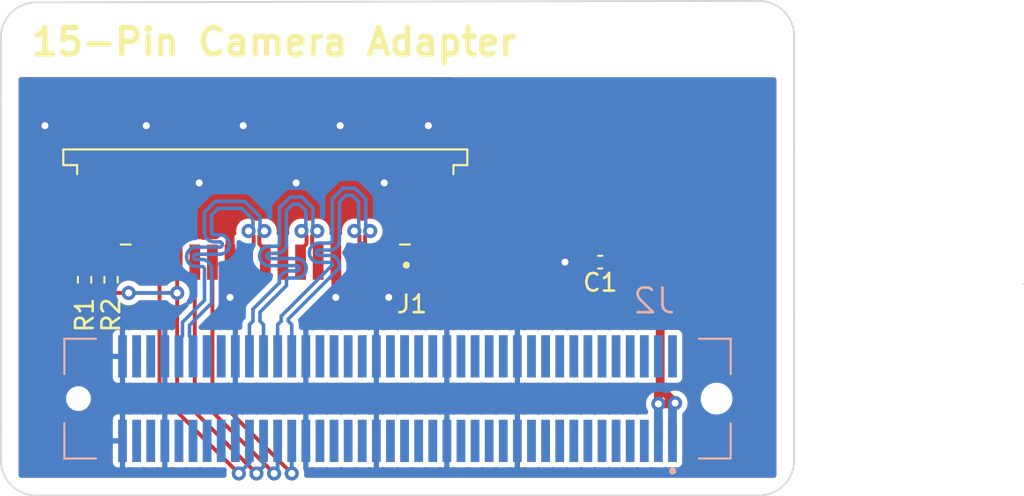
<source format=kicad_pcb>
(kicad_pcb (version 20211014) (generator pcbnew)
  (layers (0 "F.Cu" signal) (1 "In1.Cu" signal) (2 "In2.Cu" signal) (31 "B.Cu" signal) (34 "B.Paste" user) (35 "F.Paste" user) (36 "B.SilkS" user "B.Silkscreen") (37 "F.SilkS" user "F.Silkscreen") (38 "B.Mask" user) (39 "F.Mask" user) (44 "Edge.Cuts" user))
  (net 0 "")
  (net 1 "+3.3V")
  (net 2 "GND")
  (net 54 "/CAM_GPIO")
  (net 55 "/CAM1_D0+")
  (net 56 "/CAM_CLK")
  (net 57 "/CAM1_D0-")
  (net 58 "SCL0")
  (net 59 "/CAM1_D1+")
  (net 60 "SDA0")
  (net 61 "/CAM1_D1-")
  (net 65 "/CAM1_CK+")
  (net 66 "/CAM1_CK-")
  (footprint "fpga-adapter:TE_1-84952-5" (layer "F.Cu") (at 115 85.75 180)
    (fp_text reference "J1" (at -8.325 -2.385) (layer "F.SilkS"))
    (fp_text value "1-84952-5")
    (fp_line (start 10.675 5) (end 10.675 5.51) (layer "F.SilkS") (width 0.127))
    (fp_line (start 7.64 1) (end 8.2 1) (layer "F.SilkS") (width 0.127))
    (fp_line (start 11.46 6.4) (end -11.46 6.4) (layer "F.SilkS") (width 0.127))
    (fp_line (start -10.675 5) (end -10.675 5.51) (layer "F.SilkS") (width 0.127))
    (fp_line (start -10.675 5.51) (end -11.46 5.51) (layer "F.SilkS") (width 0.127))
    (fp_line (start 11.46 5.51) (end 10.675 5.51) (layer "F.SilkS") (width 0.127))
    (fp_line (start -11.46 6.4) (end -11.46 5.51) (layer "F.SilkS") (width 0.127))
    (fp_line (start 11.46 5.51) (end 11.46 6.4) (layer "F.SilkS") (width 0.127))
    (fp_line (start -8.2 1) (end -7.64 1) (layer "F.SilkS") (width 0.127))
    (fp_circle (center -8 -0.17) (end -7.9 -0.17) (layer "F.SilkS") (width 0.2) (fill none))
    (pad "1" smd rect (at -7 0 180) (size 0.61 2) (layers "F.Cu" "F.Paste" "F.Mask") (net 2 "GND"))
    (pad "2" smd rect (at -6 0 180) (size 0.61 2) (layers "F.Cu" "F.Paste" "F.Mask") (net 57 "/CAM1_D0-"))
    (pad "3" smd rect (at -5 0 180) (size 0.61 2) (layers "F.Cu" "F.Paste" "F.Mask") (net 55 "/CAM1_D0+"))
    (pad "4" smd rect (at -4 0 180) (size 0.61 2) (layers "F.Cu" "F.Paste" "F.Mask") (net 2 "GND"))
    (pad "5" smd rect (at -3 0 180) (size 0.61 2) (layers "F.Cu" "F.Paste" "F.Mask") (net 61 "/CAM1_D1-"))
    (pad "6" smd rect (at -2 0 180) (size 0.61 2) (layers "F.Cu" "F.Paste" "F.Mask") (net 59 "/CAM1_D1+"))
    (pad "7" smd rect (at -1 0 180) (size 0.61 2) (layers "F.Cu" "F.Paste" "F.Mask") (net 2 "GND"))
    (pad "8" smd rect (at 0 0 180) (size 0.61 2) (layers "F.Cu" "F.Paste" "F.Mask") (net 66 "/CAM1_CK-"))
    (pad "9" smd rect (at 1 0 180) (size 0.61 2) (layers "F.Cu" "F.Paste" "F.Mask") (net 65 "/CAM1_CK+"))
    (pad "10" smd rect (at 2 0 180) (size 0.61 2) (layers "F.Cu" "F.Paste" "F.Mask") (net 2 "GND"))
    (pad "11" smd rect (at 3 0 180) (size 0.61 2) (layers "F.Cu" "F.Paste" "F.Mask") (net 54 "/CAM_GPIO"))
    (pad "12" smd rect (at 4 0 180) (size 0.61 2) (layers "F.Cu" "F.Paste" "F.Mask") (net 56 "/CAM_CLK"))
    (pad "13" smd rect (at 5 0 180) (size 0.61 2) (layers "F.Cu" "F.Paste" "F.Mask") (net 58 "SCL0"))
    (pad "14" smd rect (at 6 0 180) (size 0.61 2) (layers "F.Cu" "F.Paste" "F.Mask") (net 60 "SDA0"))
    (pad "15" smd rect (at 7 0 180) (size 0.61 2) (layers "F.Cu" "F.Paste" "F.Mask") (net 1 "+3.3V"))
    (pad "S1" smd rect (at -9.99 2.8 180) (size 2.68 3.6) (layers "F.Cu" "F.Paste" "F.Mask") (net 2 "GND"))
    (pad "S2" smd rect (at 9.99 2.8 180) (size 2.68 3.6) (layers "F.Cu" "F.Paste" "F.Mask") (net 2 "GND"))
  )
  (footprint "Resistor_SMD:R_0402_1005Metric_Pad0.72x0.64mm_HandSolder" (layer "F.Cu") (at 104.75 86.75 -90)
    (fp_text reference "R1" (at 2 0 90) (layer "F.SilkS"))
    (fp_text value "2K2")
    (fp_line (start -0.167621 0.38) (end 0.167621 0.38) (layer "F.SilkS") (width 0.12))
    (fp_line (start -0.167621 -0.38) (end 0.167621 -0.38) (layer "F.SilkS") (width 0.12))
    (pad "1" smd roundrect (at -0.5975 0 270) (size 0.715 0.64) (layers "F.Cu" "F.Paste" "F.Mask") (net 1 "+3.3V"))
    (pad "2" smd roundrect (at 0.5975 0 270) (size 0.715 0.64) (layers "F.Cu" "F.Paste" "F.Mask") (net 60 "SDA0"))
  )
  (footprint "Capacitor_SMD:C_0402_1005Metric_Pad0.74x0.62mm_HandSolder" (layer "F.Cu") (at 134 85.75 180)
    (fp_text reference "C1" (at 0 -1.16 180) (layer "F.SilkS"))
    (fp_text value "100nF")
    (fp_line (start -0.115835 0.36) (end 0.115835 0.36) (layer "F.SilkS") (width 0.12))
    (fp_line (start -0.115835 -0.36) (end 0.115835 -0.36) (layer "F.SilkS") (width 0.12))
    (pad "1" smd roundrect (at -0.5675 0 180) (size 0.735 0.62) (layers "F.Cu" "F.Paste" "F.Mask") (net 1 "+3.3V"))
    (pad "2" smd roundrect (at 0.5675 0 180) (size 0.735 0.62) (layers "F.Cu" "F.Paste" "F.Mask") (net 2 "GND"))
  )
  (footprint "Resistor_SMD:R_0402_1005Metric_Pad0.72x0.64mm_HandSolder" (layer "F.Cu") (at 106.25 86.75 -90)
    (fp_text reference "R2" (at 2 0 90) (layer "F.SilkS"))
    (fp_text value "2K2")
    (fp_line (start -0.167621 -0.38) (end 0.167621 -0.38) (layer "F.SilkS") (width 0.12))
    (fp_line (start -0.167621 0.38) (end 0.167621 0.38) (layer "F.SilkS") (width 0.12))
    (pad "1" smd roundrect (at -0.5975 0 270) (size 0.715 0.64) (layers "F.Cu" "F.Paste" "F.Mask") (net 1 "+3.3V"))
    (pad "2" smd roundrect (at 0.5975 0 270) (size 0.715 0.64) (layers "F.Cu" "F.Paste" "F.Mask") (net 58 "SCL0"))
  )
  (footprint "fpga-adapter:TE_5-5179180-3" (layer "B.Cu") (at 122.5 93.5 180)
    (fp_text reference "J2" (at -14.559175 5.549775) (layer "B.SilkS") (effects (font (size 1.401457 1.401457)) (justify mirror)))
    (fp_text value "Conn_02x40_Odd_Even" hide)
    (fp_line (start 18.9 3.4) (end 17.1 3.4) (layer "B.SilkS") (width 0.127))
    (fp_line (start -18.9 3.4) (end -17.1 3.4) (layer "B.SilkS") (width 0.127))
    (fp_line (start 18.9 -3.4) (end 17.1 -3.4) (layer "B.SilkS") (width 0.127))
    (fp_line (start 18.9 1.4) (end 18.9 3.4) (layer "B.SilkS") (width 0.127))
    (fp_line (start -18.9 -3.4) (end -17.1 -3.4) (layer "B.SilkS") (width 0.127))
    (fp_line (start -18.9 1.4) (end -18.9 3.4) (layer "B.SilkS") (width 0.127))
    (fp_line (start 18.9 -3.4) (end 18.9 -1.4) (layer "B.SilkS") (width 0.127))
    (fp_line (start -18.9 -3.4) (end -18.9 -1.4) (layer "B.SilkS") (width 0.127))
    (fp_circle (center -15.607 -4.115) (end -15.507 -4.115) (layer "B.SilkS") (width 0.2) (fill none))
    (pad "" np_thru_hole circle (at 18.1 0 180) (size 0.8 0.8) (drill 0.8) (layers *.Cu *.Mask))
    (pad "" np_thru_hole circle (at -18.1 0 180) (size 1.2 1.2) (drill 1.2) (layers *.Cu *.Mask))
    (pad "1" smd rect (at -15.6 -2.4 270) (size 2.4 0.5) (layers "B.Cu" "B.Paste" "B.Mask") (net 1 "+3.3V"))
    (pad "2" smd rect (at -15.6 2.4 270) (size 2.4 0.5) (layers "B.Cu" "B.Paste" "B.Mask"))
    (pad "3" smd rect (at -14.8 -2.4 270) (size 2.4 0.5) (layers "B.Cu" "B.Paste" "B.Mask") (net 1 "+3.3V"))
    (pad "4" smd rect (at -14.8 2.4 270) (size 2.4 0.5) (layers "B.Cu" "B.Paste" "B.Mask"))
    (pad "5" smd rect (at -14 -2.4 270) (size 2.4 0.5) (layers "B.Cu" "B.Paste" "B.Mask"))
    (pad "6" smd rect (at -14 2.4 270) (size 2.4 0.5) (layers "B.Cu" "B.Paste" "B.Mask"))
    (pad "7" smd rect (at -13.2 -2.4 270) (size 2.4 0.5) (layers "B.Cu" "B.Paste" "B.Mask"))
    (pad "8" smd rect (at -13.2 2.4 270) (size 2.4 0.5) (layers "B.Cu" "B.Paste" "B.Mask"))
    (pad "9" smd rect (at -12.4 -2.4 270) (size 2.4 0.5) (layers "B.Cu" "B.Paste" "B.Mask"))
    (pad "10" smd rect (at -12.4 2.4 270) (size 2.4 0.5) (layers "B.Cu" "B.Paste" "B.Mask"))
    (pad "11" smd rect (at -11.6 -2.4 270) (size 2.4 0.5) (layers "B.Cu" "B.Paste" "B.Mask"))
    (pad "12" smd rect (at -11.6 2.4 270) (size 2.4 0.5) (layers "B.Cu" "B.Paste" "B.Mask"))
    (pad "13" smd rect (at -10.8 -2.4 270) (size 2.4 0.5) (layers "B.Cu" "B.Paste" "B.Mask"))
    (pad "14" smd rect (at -10.8 2.4 270) (size 2.4 0.5) (layers "B.Cu" "B.Paste" "B.Mask"))
    (pad "15" smd rect (at -10 -2.4 270) (size 2.4 0.5) (layers "B.Cu" "B.Paste" "B.Mask"))
    (pad "16" smd rect (at -10 2.4 270) (size 2.4 0.5) (layers "B.Cu" "B.Paste" "B.Mask"))
    (pad "17" smd rect (at -9.2 -2.4 270) (size 2.4 0.5) (layers "B.Cu" "B.Paste" "B.Mask"))
    (pad "18" smd rect (at -9.2 2.4 270) (size 2.4 0.5) (layers "B.Cu" "B.Paste" "B.Mask"))
    (pad "19" smd rect (at -8.4 -2.4 270) (size 2.4 0.5) (layers "B.Cu" "B.Paste" "B.Mask"))
    (pad "20" smd rect (at -8.4 2.4 270) (size 2.4 0.5) (layers "B.Cu" "B.Paste" "B.Mask"))
    (pad "21" smd rect (at -7.6 -2.4 270) (size 2.4 0.5) (layers "B.Cu" "B.Paste" "B.Mask"))
    (pad "22" smd rect (at -7.6 2.4 270) (size 2.4 0.5) (layers "B.Cu" "B.Paste" "B.Mask"))
    (pad "23" smd rect (at -6.8 -2.4 270) (size 2.4 0.5) (layers "B.Cu" "B.Paste" "B.Mask") (net 2 "GND"))
    (pad "24" smd rect (at -6.8 2.4 270) (size 2.4 0.5) (layers "B.Cu" "B.Paste" "B.Mask") (net 2 "GND"))
    (pad "25" smd rect (at -6 -2.4 270) (size 2.4 0.5) (layers "B.Cu" "B.Paste" "B.Mask"))
    (pad "26" smd rect (at -6 2.4 270) (size 2.4 0.5) (layers "B.Cu" "B.Paste" "B.Mask"))
    (pad "27" smd rect (at -5.2 -2.4 270) (size 2.4 0.5) (layers "B.Cu" "B.Paste" "B.Mask"))
    (pad "28" smd rect (at -5.2 2.4 270) (size 2.4 0.5) (layers "B.Cu" "B.Paste" "B.Mask"))
    (pad "29" smd rect (at -4.4 -2.4 270) (size 2.4 0.5) (layers "B.Cu" "B.Paste" "B.Mask"))
    (pad "30" smd rect (at -4.4 2.4 270) (size 2.4 0.5) (layers "B.Cu" "B.Paste" "B.Mask"))
    (pad "31" smd rect (at -3.6 -2.4 270) (size 2.4 0.5) (layers "B.Cu" "B.Paste" "B.Mask"))
    (pad "32" smd rect (at -3.6 2.4 270) (size 2.4 0.5) (layers "B.Cu" "B.Paste" "B.Mask"))
    (pad "33" smd rect (at -2.8 -2.4 270) (size 2.4 0.5) (layers "B.Cu" "B.Paste" "B.Mask") (net 2 "GND"))
    (pad "34" smd rect (at -2.8 2.4 270) (size 2.4 0.5) (layers "B.Cu" "B.Paste" "B.Mask") (net 2 "GND"))
    (pad "35" smd rect (at -2 -2.4 270) (size 2.4 0.5) (layers "B.Cu" "B.Paste" "B.Mask"))
    (pad "36" smd rect (at -2 2.4 270) (size 2.4 0.5) (layers "B.Cu" "B.Paste" "B.Mask"))
    (pad "37" smd rect (at -1.2 -2.4 270) (size 2.4 0.5) (layers "B.Cu" "B.Paste" "B.Mask"))
    (pad "38" smd rect (at -1.2 2.4 270) (size 2.4 0.5) (layers "B.Cu" "B.Paste" "B.Mask"))
    (pad "39" smd rect (at -0.4 -2.4 270) (size 2.4 0.5) (layers "B.Cu" "B.Paste" "B.Mask"))
    (pad "40" smd rect (at -0.4 2.4 270) (size 2.4 0.5) (layers "B.Cu" "B.Paste" "B.Mask"))
    (pad "41" smd rect (at 0.4 -2.4 270) (size 2.4 0.5) (layers "B.Cu" "B.Paste" "B.Mask"))
    (pad "42" smd rect (at 0.4 2.4 270) (size 2.4 0.5) (layers "B.Cu" "B.Paste" "B.Mask"))
    (pad "43" smd rect (at 1.2 -2.4 270) (size 2.4 0.5) (layers "B.Cu" "B.Paste" "B.Mask") (net 2 "GND"))
    (pad "44" smd rect (at 1.2 2.4 270) (size 2.4 0.5) (layers "B.Cu" "B.Paste" "B.Mask") (net 2 "GND"))
    (pad "45" smd rect (at 2 -2.4 270) (size 2.4 0.5) (layers "B.Cu" "B.Paste" "B.Mask"))
    (pad "46" smd rect (at 2 2.4 270) (size 2.4 0.5) (layers "B.Cu" "B.Paste" "B.Mask"))
    (pad "47" smd rect (at 2.8 -2.4 270) (size 2.4 0.5) (layers "B.Cu" "B.Paste" "B.Mask"))
    (pad "48" smd rect (at 2.8 2.4 270) (size 2.4 0.5) (layers "B.Cu" "B.Paste" "B.Mask"))
    (pad "49" smd rect (at 3.6 -2.4 270) (size 2.4 0.5) (layers "B.Cu" "B.Paste" "B.Mask"))
    (pad "50" smd rect (at 3.6 2.4 270) (size 2.4 0.5) (layers "B.Cu" "B.Paste" "B.Mask"))
    (pad "51" smd rect (at 4.4 -2.4 270) (size 2.4 0.5) (layers "B.Cu" "B.Paste" "B.Mask"))
    (pad "52" smd rect (at 4.4 2.4 270) (size 2.4 0.5) (layers "B.Cu" "B.Paste" "B.Mask"))
    (pad "53" smd rect (at 5.2 -2.4 270) (size 2.4 0.5) (layers "B.Cu" "B.Paste" "B.Mask") (net 2 "GND"))
    (pad "54" smd rect (at 5.2 2.4 270) (size 2.4 0.5) (layers "B.Cu" "B.Paste" "B.Mask") (net 2 "GND"))
    (pad "55" smd rect (at 6 -2.4 270) (size 2.4 0.5) (layers "B.Cu" "B.Paste" "B.Mask") (net 54 "/CAM_GPIO"))
    (pad "56" smd rect (at 6 2.4 270) (size 2.4 0.5) (layers "B.Cu" "B.Paste" "B.Mask") (net 55 "/CAM1_D0+"))
    (pad "57" smd rect (at 6.8 -2.4 270) (size 2.4 0.5) (layers "B.Cu" "B.Paste" "B.Mask") (net 56 "/CAM_CLK"))
    (pad "58" smd rect (at 6.8 2.4 270) (size 2.4 0.5) (layers "B.Cu" "B.Paste" "B.Mask") (net 57 "/CAM1_D0-"))
    (pad "59" smd rect (at 7.6 -2.4 270) (size 2.4 0.5) (layers "B.Cu" "B.Paste" "B.Mask") (net 58 "SCL0"))
    (pad "60" smd rect (at 7.6 2.4 270) (size 2.4 0.5) (layers "B.Cu" "B.Paste" "B.Mask") (net 59 "/CAM1_D1+"))
    (pad "61" smd rect (at 8.4 -2.4 270) (size 2.4 0.5) (layers "B.Cu" "B.Paste" "B.Mask") (net 60 "SDA0"))
    (pad "62" smd rect (at 8.4 2.4 270) (size 2.4 0.5) (layers "B.Cu" "B.Paste" "B.Mask") (net 61 "/CAM1_D1-"))
    (pad "63" smd rect (at 9.2 -2.4 270) (size 2.4 0.5) (layers "B.Cu" "B.Paste" "B.Mask") (net 2 "GND"))
    (pad "64" smd rect (at 9.2 2.4 270) (size 2.4 0.5) (layers "B.Cu" "B.Paste" "B.Mask") (net 2 "GND"))
    (pad "65" smd rect (at 10 -2.4 270) (size 2.4 0.5) (layers "B.Cu" "B.Paste" "B.Mask"))
    (pad "66" smd rect (at 10 2.4 270) (size 2.4 0.5) (layers "B.Cu" "B.Paste" "B.Mask"))
    (pad "67" smd rect (at 10.8 -2.4 270) (size 2.4 0.5) (layers "B.Cu" "B.Paste" "B.Mask"))
    (pad "68" smd rect (at 10.8 2.4 270) (size 2.4 0.5) (layers "B.Cu" "B.Paste" "B.Mask"))
    (pad "69" smd rect (at 11.6 -2.4 270) (size 2.4 0.5) (layers "B.Cu" "B.Paste" "B.Mask"))
    (pad "70" smd rect (at 11.6 2.4 270) (size 2.4 0.5) (layers "B.Cu" "B.Paste" "B.Mask") (net 65 "/CAM1_CK+"))
    (pad "71" smd rect (at 12.4 -2.4 270) (size 2.4 0.5) (layers "B.Cu" "B.Paste" "B.Mask"))
    (pad "72" smd rect (at 12.4 2.4 270) (size 2.4 0.5) (layers "B.Cu" "B.Paste" "B.Mask") (net 66 "/CAM1_CK-"))
    (pad "73" smd rect (at 13.2 -2.4 270) (size 2.4 0.5) (layers "B.Cu" "B.Paste" "B.Mask") (net 2 "GND"))
    (pad "74" smd rect (at 13.2 2.4 270) (size 2.4 0.5) (layers "B.Cu" "B.Paste" "B.Mask") (net 2 "GND"))
    (pad "75" smd rect (at 14 -2.4 270) (size 2.4 0.5) (layers "B.Cu" "B.Paste" "B.Mask"))
    (pad "76" smd rect (at 14 2.4 270) (size 2.4 0.5) (layers "B.Cu" "B.Paste" "B.Mask"))
    (pad "77" smd rect (at 14.8 -2.4 270) (size 2.4 0.5) (layers "B.Cu" "B.Paste" "B.Mask"))
    (pad "78" smd rect (at 14.8 2.4 270) (size 2.4 0.5) (layers "B.Cu" "B.Paste" "B.Mask"))
    (pad "79" smd rect (at 15.6 -2.4 270) (size 2.4 0.5) (layers "B.Cu" "B.Paste" "B.Mask") (net 2 "GND"))
    (pad "80" smd rect (at 15.6 2.4 270) (size 2.4 0.5) (layers "B.Cu" "B.Paste" "B.Mask") (net 2 "GND"))
  )
  (gr_line (start 145 97) (end 145 95) (layer "Edge.Cuts") (width 0.1))
  (gr_arc (start 143 70.914213) (mid 144.414209 71.5) (end 145 72.914213) (layer "Edge.Cuts") (width 0.1))
  (gr_arc (start 102 99) (mid 100.585786 98.414214) (end 100 97) (layer "Edge.Cuts") (width 0.1))
  (gr_arc (start 145 97) (mid 144.414214 98.414214) (end 143 99) (layer "Edge.Cuts") (width 0.1))
  (gr_line (start 102 71) (end 143 70.914214) (layer "Edge.Cuts") (width 0.1))
  (gr_line (start 100 76.585787) (end 100 73) (layer "Edge.Cuts") (width 0.1))
  (gr_line (start 100 89) (end 100 76.585787) (layer "Edge.Cuts") (width 0.1))
  (gr_line (start 158 87) (end 158 87) (layer "Edge.Cuts") (width 0.1))
  (gr_line (start 145 72.914213) (end 145 79.414213) (layer "Edge.Cuts") (width 0.1))
  (gr_line (start 100 97) (end 100 95) (layer "Edge.Cuts") (width 0.1))
  (gr_arc (start 100 73) (mid 100.585787 71.585791) (end 102 71) (layer "Edge.Cuts") (width 0.1))
  (gr_line (start 145 79.414213) (end 145 89) (layer "Edge.Cuts") (width 0.1))
  (gr_line (start 145 95) (end 145 89) (layer "Edge.Cuts") (width 0.1))
  (gr_line (start 100 95) (end 100 89) (layer "Edge.Cuts") (width 0.1))
  (gr_line (start 102 99) (end 143 99) (layer "Edge.Cuts") (width 0.1))
  (gr_text "15-Pin Camera Adapter" (at 115.5 73.25) (layer "F.SilkS") (effects (font (size 1.5 1.5) (thickness 0.3))))
  (segment (start 131.5 79.75) (end 111.5 79.75) (width 0.5) (layer "F.Cu") (net 1))
  (segment (start 104.75 86.1525) (end 106.25 86.1525) (width 0.22) (layer "F.Cu") (net 1))
  (segment (start 134.5675 85.75) (end 134.5675 82.8175) (width 0.5) (layer "F.Cu") (net 1))
  (segment (start 138.25 93.75) (end 137.4 92.9) (width 0.5) (layer "F.Cu") (net 1))
  (segment (start 137.4 92.9) (end 137.4 85.75) (width 0.5) (layer "F.Cu") (net 1))
  (segment (start 107.5975 86.1525) (end 108 85.75) (width 0.22) (layer "F.Cu") (net 1))
  (segment (start 134.5675 82.8175) (end 131.5 79.75) (width 0.5) (layer "F.Cu") (net 1))
  (segment (start 137.3 93.8) (end 137.3 93) (width 0.5) (layer "F.Cu") (net 1))
  (segment (start 138.2 93.8) (end 138.25 93.75) (width 0.5) (layer "F.Cu") (net 1))
  (segment (start 137.3 93) (end 137.4 92.9) (width 0.5) (layer "F.Cu") (net 1))
  (segment (start 106.25 86.1525) (end 107.5975 86.1525) (width 0.22) (layer "F.Cu") (net 1))
  (segment (start 137.3 93.8) (end 138.2 93.8) (width 0.5) (layer "F.Cu") (net 1))
  (segment (start 108 83.25) (end 108 85.75) (width 0.5) (layer "F.Cu") (net 1))
  (segment (start 111.5 79.75) (end 108 83.25) (width 0.5) (layer "F.Cu") (net 1))
  (segment (start 137.4 85.75) (end 134.5675 85.75) (width 0.5) (layer "F.Cu") (net 1))
  (via (at 138.25 93.75) (size 0.8) (drill 0.4) (layers "F.Cu" "B.Cu") (net 1))
  (via (at 137.3 93.8) (size 0.8) (drill 0.4) (layers "F.Cu" "B.Cu") (net 1))
  (segment (start 138.1 93.9) (end 138.25 93.75) (width 0.5) (layer "B.Cu") (net 1))
  (segment (start 138.1 95.9) (end 138.1 93.9) (width 0.5) (layer "B.Cu") (net 1))
  (segment (start 137.3 95.9) (end 137.3 93.8) (width 0.5) (layer "B.Cu") (net 1))
  (segment (start 116 82) (end 116.75 81.25) (width 0.5) (layer "F.Cu") (net 2))
  (segment (start 122 85.75) (end 122 81.5) (width 0.5) (layer "F.Cu") (net 2))
  (segment (start 119 82.5) (end 120.25 81.25) (width 0.5) (layer "F.Cu") (net 2))
  (segment (start 119 85.75) (end 119 87.75) (width 0.5) (layer "F.Cu") (net 2))
  (segment (start 113 83) (end 111.25 81.25) (width 0.5) (layer "F.Cu") (net 2))
  (segment (start 116 85.75) (end 116 82) (width 0.5) (layer "F.Cu") (net 2))
  (segment (start 133.4325 85.75) (end 132 85.75) (width 0.5) (layer "F.Cu") (net 2))
  (segment (start 120.25 81.25) (end 121.75 81.25) (width 0.5) (layer "F.Cu") (net 2))
  (segment (start 113 85.75) (end 113 83) (width 0.5) (layer "F.Cu") (net 2))
  (segment (start 122 85.75) (end 122 87.75) (width 0.5) (layer "F.Cu") (net 2))
  (segment (start 113 85.75) (end 113 87.75) (width 0.5) (layer "F.Cu") (net 2))
  (segment (start 119 85.75) (end 119 82.5) (width 0.5) (layer "F.Cu") (net 2))
  (segment (start 122 81.5) (end 121.75 81.25) (width 0.5) (layer "F.Cu") (net 2))
  (via (at 108.25 78) (size 0.8) (drill 0.4) (layers "F.Cu" "B.Cu") (net 2))
  (via (at 113.75 78) (size 0.8) (drill 0.4) (layers "F.Cu" "B.Cu") (net 2))
  (via (at 119.25 78) (size 0.8) (drill 0.4) (layers "F.Cu" "B.Cu") (net 2))
  (via (at 124.25 78) (size 0.8) (drill 0.4) (layers "F.Cu" "B.Cu") (net 2))
  (via (at 102.5 78) (size 0.8) (drill 0.4) (layers "F.Cu" "B.Cu") (net 2))
  (via (at 121.75 81.25) (size 0.8) (drill 0.4) (layers "F.Cu" "B.Cu") (net 2))
  (via (at 119 87.75) (size 0.8) (drill 0.4) (layers "F.Cu" "B.Cu") (net 2))
  (via (at 113 87.75) (size 0.8) (drill 0.4) (layers "F.Cu" "B.Cu") (net 2))
  (via (at 122 87.75) (size 0.8) (drill 0.4) (layers "F.Cu" "B.Cu") (net 2))
  (via (at 111.25 81.25) (size 0.8) (drill 0.4) (layers "F.Cu" "B.Cu") (net 2))
  (via (at 132 85.75) (size 0.8) (drill 0.4) (layers "F.Cu" "B.Cu") (net 2))
  (via (at 116.75 81.25) (size 0.8) (drill 0.4) (layers "F.Cu" "B.Cu") (net 2))
  (segment (start 112 93.25) (end 116.5 97.75) (width 0.22) (layer "F.Cu") (net 54))
  (segment (start 112 85.75) (end 112 93.25) (width 0.22) (layer "F.Cu") (net 54))
  (via (at 116.5 97.75) (size 0.8) (drill 0.4) (layers "F.Cu" "B.Cu") (net 54))
  (segment (start 116.5 95.9) (end 116.5 97.75) (width 0.22) (layer "B.Cu") (net 54))
  (segment (start 120 85.055) (end 120.34 84.715) (width 0.22) (layer "F.Cu") (net 55))
  (segment (start 120 85.75) (end 120 85.055) (width 0.22) (layer "F.Cu") (net 55))
  (segment (start 120.34 84.715) (end 120.339999 84.272023) (width 0.22) (layer "F.Cu") (net 55))
  (segment (start 120.339999 84.272023) (end 120.05 83.982024) (width 0.22) (layer "F.Cu") (net 55))
  (via (at 120.05 83.982024) (size 0.8) (drill 0.4) (layers "F.Cu" "B.Cu") (net 55))
  (segment (start 116.3 89.099999) (end 116.3 88.982844) (width 0.2) (layer "B.Cu") (net 55))
  (segment (start 119.2 84.517156) (end 119.2 84.118618) (width 0.2) (layer "B.Cu") (net 55))
  (segment (start 116.5 91.1) (end 116.5 89.299999) (width 0.2) (layer "B.Cu") (net 55))
  (segment (start 118.65 85.367156) (end 118.05 85.367156) (width 0.2) (layer "B.Cu") (net 55))
  (segment (start 119.2 84.118618) (end 119.2 82.332844) (width 0.2) (layer "B.Cu") (net 55))
  (segment (start 120.3 82.332844) (end 120.3 83.732024) (width 0.2) (layer "B.Cu") (net 55))
  (segment (start 116.3 88.982844) (end 119.2 86.082844) (width 0.2) (layer "B.Cu") (net 55))
  (segment (start 119.2 86.082844) (end 119.2 85.917156) (width 0.2) (layer "B.Cu") (net 55))
  (segment (start 119.917156 81.95) (end 120.3 82.332844) (width 0.2) (layer "B.Cu") (net 55))
  (segment (start 118.05 85.067156) (end 118.65 85.067156) (width 0.2) (layer "B.Cu") (net 55))
  (segment (start 119.2 82.332844) (end 119.582844 81.95) (width 0.2) (layer "B.Cu") (net 55))
  (segment (start 119.582844 81.95) (end 119.917156 81.95) (width 0.2) (layer "B.Cu") (net 55))
  (segment (start 116.5 89.299999) (end 116.3 89.099999) (width 0.2) (layer "B.Cu") (net 55))
  (segment (start 120.3 83.732024) (end 120.05 83.982024) (width 0.2) (layer "B.Cu") (net 55))
  (arc (start 118.65 85.067156) (mid 119.038909 84.906065) (end 119.2 84.517156) (width 0.2) (layer "B.Cu") (net 55))
  (arc (start 117.9 85.217156) (mid 117.943934 85.11109) (end 118.05 85.067156) (width 0.2) (layer "B.Cu") (net 55))
  (arc (start 119.2 85.917156) (mid 119.038909 85.528247) (end 118.65 85.367156) (width 0.2) (layer "B.Cu") (net 55))
  (arc (start 118.05 85.367156) (mid 117.943934 85.323222) (end 117.9 85.217156) (width 0.2) (layer "B.Cu") (net 55))
  (segment (start 111 93.25) (end 111 85.75) (width 0.22) (layer "F.Cu") (net 56))
  (segment (start 115.5 97.75) (end 111 93.25) (width 0.22) (layer "F.Cu") (net 56))
  (via (at 115.5 97.75) (size 0.8) (drill 0.4) (layers "F.Cu" "B.Cu") (net 56))
  (segment (start 115.7 97.55) (end 115.5 97.75) (width 0.22) (layer "B.Cu") (net 56))
  (segment (start 115.7 95.9) (end 115.7 97.55) (width 0.22) (layer "B.Cu") (net 56))
  (segment (start 120.66 84.715) (end 120.660001 84.272023) (width 0.22) (layer "F.Cu") (net 57))
  (segment (start 120.660001 84.272023) (end 120.95 83.982024) (width 0.22) (layer "F.Cu") (net 57))
  (segment (start 121 85.75) (end 121 85.055) (width 0.22) (layer "F.Cu") (net 57))
  (segment (start 121 85.055) (end 120.66 84.715) (width 0.22) (layer "F.Cu") (net 57))
  (via (at 120.95 83.982024) (size 0.8) (drill 0.4) (layers "F.Cu" "B.Cu") (net 57))
  (segment (start 118.05 84.667156) (end 118.65 84.667156) (width 0.2) (layer "B.Cu") (net 57))
  (segment (start 115.7 89.299999) (end 115.9 89.099999) (width 0.2) (layer "B.Cu") (net 57))
  (segment (start 115.9 89.099999) (end 115.9 88.817156) (width 0.2) (layer "B.Cu") (net 57))
  (segment (start 118.65 85.767156) (end 118.05 85.767156) (width 0.2) (layer "B.Cu") (net 57))
  (segment (start 118.8 82.167156) (end 119.417156 81.55) (width 0.2) (layer "B.Cu") (net 57))
  (segment (start 120.082844 81.55) (end 120.7 82.167156) (width 0.2) (layer "B.Cu") (net 57))
  (segment (start 120.7 82.167156) (end 120.7 83.732024) (width 0.2) (layer "B.Cu") (net 57))
  (segment (start 118.8 84.118618) (end 118.8 82.167156) (width 0.2) (layer "B.Cu") (net 57))
  (segment (start 118.8 84.517156) (end 118.8 84.118618) (width 0.2) (layer "B.Cu") (net 57))
  (segment (start 120.7 83.732024) (end 120.95 83.982024) (width 0.2) (layer "B.Cu") (net 57))
  (segment (start 115.9 88.817156) (end 118.8 85.917156) (width 0.2) (layer "B.Cu") (net 57))
  (segment (start 119.417156 81.55) (end 120.082844 81.55) (width 0.2) (layer "B.Cu") (net 57))
  (segment (start 115.7 91.1) (end 115.7 89.299999) (width 0.2) (layer "B.Cu") (net 57))
  (arc (start 118.05 85.767156) (mid 117.661091 85.606065) (end 117.5 85.217156) (width 0.2) (layer "B.Cu") (net 57))
  (arc (start 118.65 84.667156) (mid 118.756066 84.623222) (end 118.8 84.517156) (width 0.2) (layer "B.Cu") (net 57))
  (arc (start 118.8 85.917156) (mid 118.756066 85.81109) (end 118.65 85.767156) (width 0.2) (layer "B.Cu") (net 57))
  (arc (start 117.5 85.217156) (mid 117.661091 84.828247) (end 118.05 84.667156) (width 0.2) (layer "B.Cu") (net 57))
  (segment (start 106.4025 87.5) (end 106.25 87.3475) (width 0.22) (layer "F.Cu") (net 58))
  (segment (start 110 85.75) (end 110 93.25) (width 0.22) (layer "F.Cu") (net 58))
  (segment (start 110 93.25) (end 114.5 97.75) (width 0.22) (layer "F.Cu") (net 58))
  (segment (start 107.25 87.5) (end 106.4025 87.5) (width 0.22) (layer "F.Cu") (net 58))
  (via (at 114.5 97.75) (size 0.8) (drill 0.4) (layers "F.Cu" "B.Cu") (net 58))
  (via (at 110 87.5) (size 0.8) (drill 0.4) (layers "F.Cu" "B.Cu") (net 58))
  (via (at 107.25 87.5) (size 0.8) (drill 0.4) (layers "F.Cu" "B.Cu") (net 58))
  (segment (start 110 87.5) (end 107.25 87.5) (width 0.22) (layer "B.Cu") (net 58))
  (segment (start 114.5 97.75) (end 114.9 97.35) (width 0.22) (layer "B.Cu") (net 58))
  (segment (start 114.9 97.35) (end 114.9 95.9) (width 0.22) (layer "B.Cu") (net 58))
  (segment (start 117 85.055) (end 117.34 84.715) (width 0.22) (layer "F.Cu") (net 59))
  (segment (start 117.34 84.715) (end 117.339999 84.272023) (width 0.22) (layer "F.Cu") (net 59))
  (segment (start 117 85.75) (end 117 85.055) (width 0.22) (layer "F.Cu") (net 59))
  (segment (start 117.339999 84.272023) (end 117.05 83.982024) (width 0.22) (layer "F.Cu") (net 59))
  (via (at 117.05 83.982024) (size 0.8) (drill 0.4) (layers "F.Cu" "B.Cu") (net 59))
  (segment (start 116.2 82.832844) (end 116.2 84.7) (width 0.2) (layer "B.Cu") (net 59))
  (segment (start 116.2 87.082844) (end 114.7 88.582844) (width 0.2) (layer "B.Cu") (net 59))
  (segment (start 115.228108 85.55) (end 115.65 85.55) (width 0.2) (layer "B.Cu") (net 59))
  (segment (start 114.9 89.299999) (end 114.9 91.1) (width 0.2) (layer "B.Cu") (net 59))
  (segment (start 116.582844 82.45) (end 116.2 82.832844) (width 0.2) (layer "B.Cu") (net 59))
  (segment (start 116.2 86.8) (end 116.2 87.082844) (width 0.2) (layer "B.Cu") (net 59))
  (segment (start 116.771892 86.65) (end 116.35 86.65) (width 0.2) (layer "B.Cu") (net 59))
  (segment (start 114.7 88.582844) (end 114.7 89.099999) (width 0.2) (layer "B.Cu") (net 59))
  (segment (start 117.05 83.982024) (end 117.3 83.732024) (width 0.2) (layer "B.Cu") (net 59))
  (segment (start 117.3 83.732024) (end 117.3 82.832844) (width 0.2) (layer "B.Cu") (net 59))
  (segment (start 115.65 85.25) (end 115.228108 85.25) (width 0.2) (layer "B.Cu") (net 59))
  (segment (start 116.917156 82.45) (end 116.582844 82.45) (width 0.2) (layer "B.Cu") (net 59))
  (segment (start 114.7 89.099999) (end 114.9 89.299999) (width 0.2) (layer "B.Cu") (net 59))
  (segment (start 117.3 82.832844) (end 116.917156 82.45) (width 0.2) (layer "B.Cu") (net 59))
  (segment (start 115.65 85.55) (end 116.771892 85.55) (width 0.2) (layer "B.Cu") (net 59))
  (arc (start 116.771892 85.55) (mid 117.160801 85.711091) (end 117.321892 86.1) (width 0.2) (layer "B.Cu") (net 59))
  (arc (start 116.35 86.65) (mid 116.243934 86.693934) (end 116.2 86.8) (width 0.2) (layer "B.Cu") (net 59))
  (arc (start 115.228108 85.25) (mid 115.122042 85.293934) (end 115.078108 85.4) (width 0.2) (layer "B.Cu") (net 59))
  (arc (start 115.078108 85.4) (mid 115.122042 85.506066) (end 115.228108 85.55) (width 0.2) (layer "B.Cu") (net 59))
  (arc (start 117.321892 86.1) (mid 117.160801 86.488909) (end 116.771892 86.65) (width 0.2) (layer "B.Cu") (net 59))
  (arc (start 116.2 84.7) (mid 116.038909 85.088909) (end 115.65 85.25) (width 0.2) (layer "B.Cu") (net 59))
  (segment (start 106.1525 88.75) (end 104.75 87.3475) (width 0.22) (layer "F.Cu") (net 60))
  (segment (start 109 88.75) (end 109 85.75) (width 0.22) (layer "F.Cu") (net 60))
  (segment (start 109 93.25) (end 109 88.75) (width 0.22) (layer "F.Cu") (net 60))
  (segment (start 113.5 97.75) (end 109 93.25) (width 0.22) (layer "F.Cu") (net 60))
  (segment (start 109 88.75) (end 106.1525 88.75) (width 0.22) (layer "F.Cu") (net 60))
  (via (at 113.5 97.75) (size 0.8) (drill 0.4) (layers "F.Cu" "B.Cu") (net 60))
  (segment (start 114.1 97.15) (end 113.5 97.75) (width 0.22) (layer "B.Cu") (net 60))
  (segment (start 114.1 95.9) (end 114.1 97.15) (width 0.22) (layer "B.Cu") (net 60))
  (segment (start 117.66 84.715) (end 117.660001 84.272023) (width 0.22) (layer "F.Cu") (net 61))
  (segment (start 118 85.75) (end 118 85.055) (width 0.22) (layer "F.Cu") (net 61))
  (segment (start 117.660001 84.272023) (end 117.95 83.982024) (width 0.22) (layer "F.Cu") (net 61))
  (segment (start 118 85.055) (end 117.66 84.715) (width 0.22) (layer "F.Cu") (net 61))
  (via (at 117.95 83.982024) (size 0.8) (drill 0.4) (layers "F.Cu" "B.Cu") (net 61))
  (segment (start 115.65 84.85) (end 115.228108 84.85) (width 0.2) (layer "B.Cu") (net 61))
  (segment (start 117.7 83.732024) (end 117.7 82.667156) (width 0.2) (layer "B.Cu") (net 61))
  (segment (start 115.8 82.667156) (end 115.8 84.7) (width 0.2) (layer "B.Cu") (net 61))
  (segment (start 114.3 88.417156) (end 114.3 89.099999) (width 0.2) (layer "B.Cu") (net 61))
  (segment (start 117.95 83.982024) (end 117.7 83.732024) (width 0.2) (layer "B.Cu") (net 61))
  (segment (start 115.8 86.8) (end 115.8 86.917156) (width 0.2) (layer "B.Cu") (net 61))
  (segment (start 117.7 82.667156) (end 117.082844 82.05) (width 0.2) (layer "B.Cu") (net 61))
  (segment (start 114.1 89.299999) (end 114.1 91.1) (width 0.2) (layer "B.Cu") (net 61))
  (segment (start 115.228108 85.95) (end 115.65 85.95) (width 0.2) (layer "B.Cu") (net 61))
  (segment (start 115.65 85.95) (end 116.771892 85.95) (width 0.2) (layer "B.Cu") (net 61))
  (segment (start 115.8 86.917156) (end 114.3 88.417156) (width 0.2) (layer "B.Cu") (net 61))
  (segment (start 114.3 89.099999) (end 114.1 89.299999) (width 0.2) (layer "B.Cu") (net 61))
  (segment (start 117.082844 82.05) (end 116.417156 82.05) (width 0.2) (layer "B.Cu") (net 61))
  (segment (start 116.771892 86.25) (end 116.35 86.25) (width 0.2) (layer "B.Cu") (net 61))
  (segment (start 116.417156 82.05) (end 115.8 82.667156) (width 0.2) (layer "B.Cu") (net 61))
  (arc (start 116.921892 86.1) (mid 116.877958 86.206066) (end 116.771892 86.25) (width 0.2) (layer "B.Cu") (net 61))
  (arc (start 114.678108 85.4) (mid 114.839199 85.788909) (end 115.228108 85.95) (width 0.2) (layer "B.Cu") (net 61))
  (arc (start 115.8 84.7) (mid 115.756066 84.806066) (end 115.65 84.85) (width 0.2) (layer "B.Cu") (net 61))
  (arc (start 116.35 86.25) (mid 115.961091 86.411091) (end 115.8 86.8) (width 0.2) (layer "B.Cu") (net 61))
  (arc (start 115.228108 84.85) (mid 114.839199 85.011091) (end 114.678108 85.4) (width 0.2) (layer "B.Cu") (net 61))
  (arc (start 116.771892 85.95) (mid 116.877958 85.993934) (end 116.921892 86.1) (width 0.2) (layer "B.Cu") (net 61))
  (segment (start 114 85.75) (end 114 85.055) (width 0.22) (layer "F.Cu") (net 65))
  (segment (start 114.339999 84.272023) (end 114.05 83.982024) (width 0.22) (layer "F.Cu") (net 65))
  (segment (start 114 85.055) (end 114.34 84.715) (width 0.22) (layer "F.Cu") (net 65))
  (segment (start 114.34 84.715) (end 114.339999 84.272023) (width 0.22) (layer "F.Cu") (net 65))
  (via (at 114.05 83.982024) (size 0.8) (drill 0.4) (layers "F.Cu" "B.Cu") (net 65))
  (segment (start 112.1 85.3) (end 111.086536 85.3) (width 0.2) (layer "B.Cu") (net 65))
  (segment (start 114.3 83.732024) (end 114.3 83.332844) (width 0.2) (layer "B.Cu") (net 65))
  (segment (start 114.05 83.982024) (end 114.3 83.732024) (width 0.2) (layer "B.Cu") (net 65))
  (segment (start 110.7 89.95) (end 110.9 90.15) (width 0.2) (layer "B.Cu") (net 65))
  (segment (start 112.413464 85.3) (end 112.1 85.3) (width 0.2) (layer "B.Cu") (net 65))
  (segment (start 111.95 88.082844) (end 110.7 89.332844) (width 0.2) (layer "B.Cu") (net 65))
  (segment (start 111.95 83.082844) (end 111.95 84.05) (width 0.2) (layer "B.Cu") (net 65))
  (segment (start 110.7 89.332844) (end 110.7 89.95) (width 0.2) (layer "B.Cu") (net 65))
  (segment (start 111.95 86.944696) (end 111.95 88.082844) (width 0.2) (layer "B.Cu") (net 65))
  (segment (start 111.95 86.15) (end 111.95 86.944696) (width 0.2) (layer "B.Cu") (net 65))
  (segment (start 112.1 84.2) (end 112.413464 84.2) (width 0.2) (layer "B.Cu") (net 65))
  (segment (start 113.667156 82.7) (end 112.332844 82.7) (width 0.2) (layer "B.Cu") (net 65))
  (segment (start 114.3 83.332844) (end 113.667156 82.7) (width 0.2) (layer "B.Cu") (net 65))
  (segment (start 112.332844 82.7) (end 111.95 83.082844) (width 0.2) (layer "B.Cu") (net 65))
  (segment (start 110.9 90.15) (end 110.9 91.1) (width 0.2) (layer "B.Cu") (net 65))
  (segment (start 111.086536 85.6) (end 111.4 85.6) (width 0.2) (layer "B.Cu") (net 65))
  (arc (start 111.4 85.6) (mid 111.788909 85.761091) (end 111.95 86.15) (width 0.2) (layer "B.Cu") (net 65))
  (arc (start 111.086536 85.3) (mid 110.98047 85.343934) (end 110.936536 85.45) (width 0.2) (layer "B.Cu") (net 65))
  (arc (start 110.936536 85.45) (mid 110.98047 85.556066) (end 111.086536 85.6) (width 0.2) (layer "B.Cu") (net 65))
  (arc (start 112.413464 84.2) (mid 112.802373 84.361091) (end 112.963464 84.75) (width 0.2) (layer "B.Cu") (net 65))
  (arc (start 111.95 84.05) (mid 111.993934 84.156066) (end 112.1 84.2) (width 0.2) (layer "B.Cu") (net 65))
  (arc (start 112.963464 84.75) (mid 112.802373 85.138909) (end 112.413464 85.3) (width 0.2) (layer "B.Cu") (net 65))
  (segment (start 115 85.055) (end 114.66 84.715) (width 0.22) (layer "F.Cu") (net 66))
  (segment (start 115 85.75) (end 115 85.055) (width 0.22) (layer "F.Cu") (net 66))
  (segment (start 114.660001 84.272023) (end 114.95 83.982024) (width 0.22) (layer "F.Cu") (net 66))
  (segment (start 114.66 84.715) (end 114.660001 84.272023) (width 0.22) (layer "F.Cu") (net 66))
  (via (at 114.95 83.982024) (size 0.8) (drill 0.4) (layers "F.Cu" "B.Cu") (net 66))
  (segment (start 111.55 87.917156) (end 110.3 89.167156) (width 0.2) (layer "B.Cu") (net 66))
  (segment (start 110.3 89.167156) (end 110.3 89.95) (width 0.2) (layer "B.Cu") (net 66))
  (segment (start 113.832844 82.3) (end 112.167156 82.3) (width 0.2) (layer "B.Cu") (net 66))
  (segment (start 111.086536 86) (end 111.4 86) (width 0.2) (layer "B.Cu") (net 66))
  (segment (start 111.55 82.917156) (end 111.55 84.05) (width 0.2) (layer "B.Cu") (net 66))
  (segment (start 112.1 84.6) (end 112.413464 84.6) (width 0.2) (layer "B.Cu") (net 66))
  (segment (start 112.167156 82.3) (end 111.55 82.917156) (width 0.2) (layer "B.Cu") (net 66))
  (segment (start 112.1 84.9) (end 111.086536 84.9) (width 0.2) (layer "B.Cu") (net 66))
  (segment (start 114.7 83.732024) (end 114.7 83.167156) (width 0.2) (layer "B.Cu") (net 66))
  (segment (start 112.413464 84.9) (end 112.1 84.9) (width 0.2) (layer "B.Cu") (net 66))
  (segment (start 110.3 89.95) (end 110.1 90.15) (width 0.2) (layer "B.Cu") (net 66))
  (segment (start 114.95 83.982024) (end 114.7 83.732024) (width 0.2) (layer "B.Cu") (net 66))
  (segment (start 111.55 86.944696) (end 111.55 87.917156) (width 0.2) (layer "B.Cu") (net 66))
  (segment (start 110.1 90.15) (end 110.1 91.1) (width 0.2) (layer "B.Cu") (net 66))
  (segment (start 114.7 83.167156) (end 113.832844 82.3) (width 0.2) (layer "B.Cu") (net 66))
  (segment (start 111.55 86.15) (end 111.55 86.944696) (width 0.2) (layer "B.Cu") (net 66))
  (arc (start 110.536536 85.45) (mid 110.697627 85.838909) (end 111.086536 86) (width 0.2) (layer "B.Cu") (net 66))
  (arc (start 111.55 84.05) (mid 111.711091 84.438909) (end 112.1 84.6) (width 0.2) (layer "B.Cu") (net 66))
  (arc (start 111.4 86) (mid 111.506066 86.043934) (end 111.55 86.15) (width 0.2) (layer "B.Cu") (net 66))
  (arc (start 112.563464 84.75) (mid 112.51953 84.856066) (end 112.413464 84.9) (width 0.2) (layer "B.Cu") (net 66))
  (arc (start 112.413464 84.6) (mid 112.51953 84.643934) (end 112.563464 84.75) (width 0.2) (layer "B.Cu") (net 66))
  (arc (start 111.086536 84.9) (mid 110.697627 85.061091) (end 110.536536 85.45) (width 0.2) (layer "B.Cu") (net 66))
  (zone (net 2) (net_name "GND") (layer "F.Cu") (connect_pads (clearance 0.3)) (min_thickness 0.254) (fill yes (thermal_gap 0.508) (thermal_bridge_width 0.508))
    (polygon (pts (xy 125.75 84.5) (xy 101 84.5) (xy 101 75.25) (xy 125.75 75.25)))
  )
  (zone (net 2) (net_name "GND") (layer "B.Cu") (connect_pads (clearance 0.3)) (min_thickness 0.3) (fill yes (thermal_gap 0.3) (thermal_bridge_width 0.3))
    (polygon (pts (xy 125 75.25) (xy 144 75.25) (xy 144 98) (xy 101 98) (xy 101 90) (xy 101 75.25)))
  )
)
</source>
